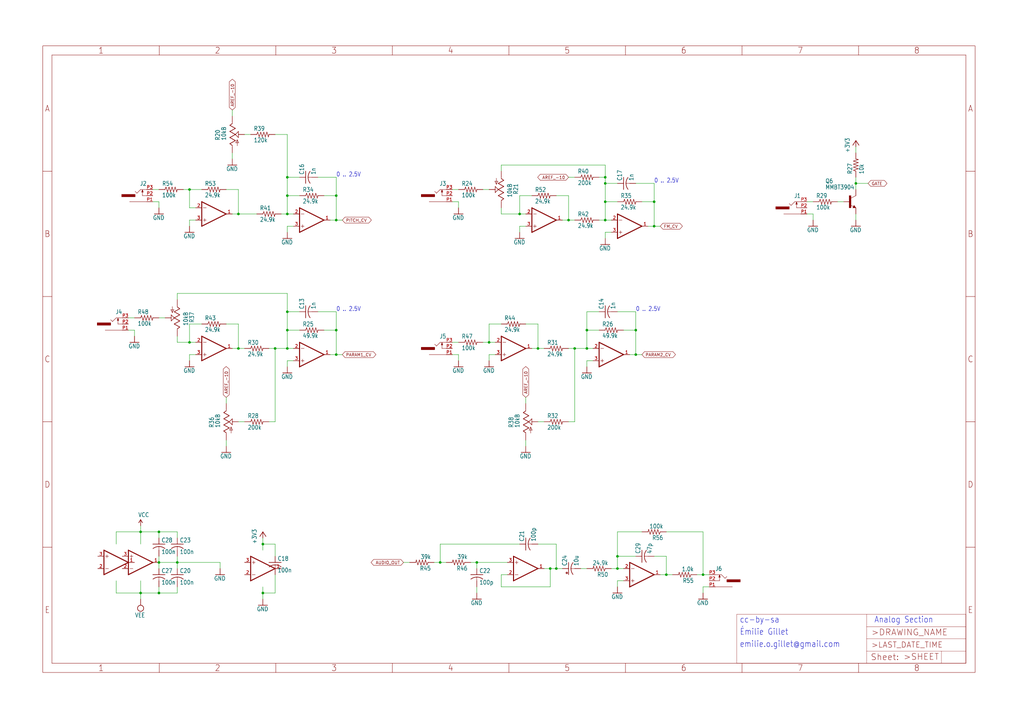
<source format=kicad_sch>
(kicad_sch (version 20211123) (generator eeschema)
  (paper "User" 425.45 299.593)
  (lib_symbols
    (symbol "braids_v50-eagle-import:+3V3" (power)
      (property "Value" "+3V3" (at -2.54 -5.08 90))
      (symbol "+3V3_1_0"
        (pin power_in line (at 0 -2.54 90) (length 2.54) (name "+3V3") (number "1"))
      )
    )
    (symbol "braids_v50-eagle-import:-NPN-SOT23-BEC"
      (property "Reference" "T" (at -10.16 7.62 0))
      (property "Value" "-NPN-SOT23-BEC" (at -10.16 5.08 0))
      (symbol "-NPN-SOT23-BEC_1_0"
        (pin passive line (at -2.54 0 0) (length 2.54) (name "B") (number "B"))
        (pin passive line (at 2.54 5.08 270) (length 2.54) (name "C") (number "C"))
        (pin passive line (at 2.54 -5.08 90) (length 2.54) (name "E") (number "E"))
      )
    )
    (symbol "braids_v50-eagle-import:A3L-LOC"
      (symbol "A3L-LOC_0_0"
        (text "1" (at 24.2094 1.905 0) (effects (font (size 2.54 2.286))))
        (text "1" (at 24.2094 258.445 0) (effects (font (size 2.54 2.286))))
        (text "2" (at 72.6281 1.905 0) (effects (font (size 2.54 2.286))))
        (text "2" (at 72.6281 258.445 0) (effects (font (size 2.54 2.286))))
        (text "3" (at 121.0469 1.905 0) (effects (font (size 2.54 2.286))))
        (text "3" (at 121.0469 258.445 0) (effects (font (size 2.54 2.286))))
        (text "4" (at 169.4656 1.905 0) (effects (font (size 2.54 2.286))))
        (text "4" (at 169.4656 258.445 0) (effects (font (size 2.54 2.286))))
        (text "5" (at 217.8844 1.905 0) (effects (font (size 2.54 2.286))))
        (text "5" (at 217.8844 258.445 0) (effects (font (size 2.54 2.286))))
        (text "6" (at 266.3031 1.905 0) (effects (font (size 2.54 2.286))))
        (text "6" (at 266.3031 258.445 0) (effects (font (size 2.54 2.286))))
        (text "7" (at 314.7219 1.905 0) (effects (font (size 2.54 2.286))))
        (text "7" (at 314.7219 258.445 0) (effects (font (size 2.54 2.286))))
        (text "8" (at 363.1406 1.905 0) (effects (font (size 2.54 2.286))))
        (text "8" (at 363.1406 258.445 0) (effects (font (size 2.54 2.286))))
        (text "A" (at 1.905 234.315 0) (effects (font (size 2.54 2.286))))
        (text "A" (at 385.445 234.315 0) (effects (font (size 2.54 2.286))))
        (text "B" (at 1.905 182.245 0) (effects (font (size 2.54 2.286))))
        (text "B" (at 385.445 182.245 0) (effects (font (size 2.54 2.286))))
        (text "C" (at 1.905 130.175 0) (effects (font (size 2.54 2.286))))
        (text "C" (at 385.445 130.175 0) (effects (font (size 2.54 2.286))))
        (text "D" (at 1.905 78.105 0) (effects (font (size 2.54 2.286))))
        (text "D" (at 385.445 78.105 0) (effects (font (size 2.54 2.286))))
        (text "E" (at 1.905 26.035 0) (effects (font (size 2.54 2.286))))
        (text "E" (at 385.445 26.035 0) (effects (font (size 2.54 2.286))))
      )
      (symbol "A3L-LOC_1_0"
        (text ">DRAWING_NAME" (at 344.17 15.24 0) (effects (font (size 2.54 2.54)) (justify left bottom)))
        (text ">LAST_DATE_TIME" (at 344.17 10.16 0) (effects (font (size 2.286 2.286)) (justify left bottom)))
        (text ">SHEET" (at 357.505 5.08 0) (effects (font (size 2.54 2.54)) (justify left bottom)))
        (text "Sheet:" (at 343.916 4.953 0) (effects (font (size 2.54 2.54)) (justify left bottom)))
      )
    )
    (symbol "braids_v50-eagle-import:C-USC0603"
      (property "Reference" "C" (at 1.016 0.635 0))
      (property "Value" "C-USC0603" (at 1.016 -4.191 0))
      (symbol "C-USC0603_1_0"
        (pin passive line (at 0 2.54 270) (length 2.54) (name "1") (number "1"))
        (pin passive line (at 0 -5.08 90) (length 2.54) (name "2") (number "2"))
      )
    )
    (symbol "braids_v50-eagle-import:CPOL-USB"
      (property "Reference" "C" (at 1.016 0.635 0))
      (property "Value" "CPOL-USB" (at 1.016 -4.191 0))
      (symbol "CPOL-USB_1_0"
        (pin passive line (at 0 2.54 270) (length 2.54) (name "+") (number "+"))
        (pin passive line (at 0 -5.08 90) (length 2.54) (name "-") (number "-"))
      )
    )
    (symbol "braids_v50-eagle-import:GND" (power)
      (property "Value" "GND" (at -2.54 -2.54 0))
      (symbol "GND_1_0"
        (pin power_in line (at 0 2.54 270) (length 2.54) (name "GND") (number "1"))
      )
    )
    (symbol "braids_v50-eagle-import:PJ301_THONKICONN6"
      (property "Reference" "J" (at -2.54 4.064 0))
      (symbol "PJ301_THONKICONN6_1_0"
        (pin passive line (at -5.08 -2.54 0) (length 2.54) (name "1") (number "P1"))
        (pin passive line (at -5.08 0 0) (length 2.54) (name "2") (number "P2"))
        (pin passive line (at -5.08 2.54 0) (length 2.54) (name "3") (number "P3"))
      )
    )
    (symbol "braids_v50-eagle-import:POT_USVERTICAL_PS"
      (property "Reference" "R" (at -5.08 -2.54 90))
      (property "Value" "POT_USVERTICAL_PS" (at -2.54 -2.54 90))
      (symbol "POT_USVERTICAL_PS_1_0"
        (pin passive line (at 0 7.62 270) (length 2.54) (name "E") (number "P$1"))
        (pin passive line (at 5.08 0 180) (length 2.54) (name "S") (number "P$2"))
        (pin passive line (at 0 -7.62 90) (length 2.54) (name "A") (number "P$3"))
      )
    )
    (symbol "braids_v50-eagle-import:R-US_R0603"
      (property "Reference" "R" (at -3.81 1.4986 0))
      (property "Value" "R-US_R0603" (at -3.81 -3.302 0))
      (symbol "R-US_R0603_1_0"
        (pin passive line (at -5.08 0 0) (length 2.54) (name "1") (number "1"))
        (pin passive line (at 5.08 0 180) (length 2.54) (name "2") (number "2"))
      )
    )
    (symbol "braids_v50-eagle-import:TL072D"
      (symbol "TL072D_1_0"
        (pin output line (at 7.62 0 180) (length 2.54) (name "OUT") (number "1"))
        (pin input line (at -7.62 -2.54 0) (length 2.54) (name "-IN") (number "2"))
        (pin input line (at -7.62 2.54 0) (length 2.54) (name "+IN") (number "3"))
      )
      (symbol "TL072D_2_0"
        (pin input line (at -7.62 2.54 0) (length 2.54) (name "+IN") (number "5"))
        (pin input line (at -7.62 -2.54 0) (length 2.54) (name "-IN") (number "6"))
        (pin output line (at 7.62 0 180) (length 2.54) (name "OUT") (number "7"))
      )
      (symbol "TL072D_3_0"
        (text "V+" (at 1.27 3.175 900) (effects (font (size 0.8128 0.6908)) (justify left bottom)))
        (text "V-" (at 1.27 -4.445 900) (effects (font (size 0.8128 0.6908)) (justify left bottom)))
        (pin power_in line (at 0 -7.62 90) (length 5.08) (name "V-") (number "4"))
        (pin power_in line (at 0 7.62 270) (length 5.08) (name "V+") (number "8"))
      )
    )
    (symbol "braids_v50-eagle-import:TL074D"
      (symbol "TL074D_1_0"
        (pin output line (at 7.62 0 180) (length 2.54) (name "OUT") (number "1"))
        (pin input line (at -7.62 -2.54 0) (length 2.54) (name "-IN") (number "2"))
        (pin input line (at -7.62 2.54 0) (length 2.54) (name "+IN") (number "3"))
      )
      (symbol "TL074D_2_0"
        (pin input line (at -7.62 2.54 0) (length 2.54) (name "+IN") (number "5"))
        (pin input line (at -7.62 -2.54 0) (length 2.54) (name "-IN") (number "6"))
        (pin output line (at 7.62 0 180) (length 2.54) (name "OUT") (number "7"))
      )
      (symbol "TL074D_3_0"
        (pin input line (at -7.62 2.54 0) (length 2.54) (name "+IN") (number "10"))
        (pin output line (at 7.62 0 180) (length 2.54) (name "OUT") (number "8"))
        (pin input line (at -7.62 -2.54 0) (length 2.54) (name "-IN") (number "9"))
      )
      (symbol "TL074D_4_0"
        (pin input line (at -7.62 2.54 0) (length 2.54) (name "+IN") (number "12"))
        (pin input line (at -7.62 -2.54 0) (length 2.54) (name "-IN") (number "13"))
        (pin output line (at 7.62 0 180) (length 2.54) (name "OUT") (number "14"))
      )
      (symbol "TL074D_5_0"
        (text "V+" (at 1.27 3.175 900) (effects (font (size 0.8128 0.6908)) (justify left bottom)))
        (text "V-" (at 1.27 -4.445 900) (effects (font (size 0.8128 0.6908)) (justify left bottom)))
        (pin power_in line (at 0 -7.62 90) (length 5.08) (name "V-") (number "11"))
        (pin power_in line (at 0 7.62 270) (length 5.08) (name "V+") (number "4"))
      )
    )
    (symbol "braids_v50-eagle-import:VCC" (power)
      (property "Value" "VCC" (at -1.016 3.556 0))
      (symbol "VCC_1_0"
        (pin power_in line (at 0 0 90) (length 2.54) (name "VCC") (number "1"))
      )
    )
    (symbol "braids_v50-eagle-import:VEE" (power)
      (property "Value" "VEE" (at -1.905 3.175 0))
      (symbol "VEE_1_0"
        (pin power_in line (at 0 -2.54 90) (length 2.54) (name "VEE") (number "1"))
      )
    )
  )
  (junction (at 236.22 91.44))
  (junction (at 251.46 76.2))
  (junction (at 256.54 236.22))
  (junction (at 109.22 226.06))
  (junction (at 109.22 246.38))
  (junction (at 99.06 144.78))
  (junction (at 78.74 142.24))
  (junction (at 139.7 147.32))
  (junction (at 276.86 238.76))
  (junction (at 139.7 137.16))
  (junction (at 139.7 81.28))
  (junction (at 243.84 137.16))
  (junction (at 271.78 93.98))
  (junction (at 139.7 91.44))
  (junction (at 271.78 83.82))
  (junction (at 292.1 238.76))
  (junction (at 238.76 144.78))
  (junction (at 58.42 246.38))
  (junction (at 256.54 231.14))
  (junction (at 243.84 144.78))
  (junction (at 228.6 236.22))
  (junction (at 119.38 129.54))
  (junction (at 182.88 233.68))
  (junction (at 73.66 233.68))
  (junction (at 231.14 236.22))
  (junction (at 355.6 76.2))
  (junction (at 119.38 88.9))
  (junction (at 264.16 147.32))
  (junction (at 119.38 81.28))
  (junction (at 66.04 233.68))
  (junction (at 251.46 73.66))
  (junction (at 264.16 137.16))
  (junction (at 66.04 220.98))
  (junction (at 251.46 91.44))
  (junction (at 251.46 83.82))
  (junction (at 119.38 73.66))
  (junction (at 78.74 78.74))
  (junction (at 203.2 142.24))
  (junction (at 198.12 233.68))
  (junction (at 223.52 144.78))
  (junction (at 215.9 88.9))
  (junction (at 114.3 144.78))
  (junction (at 119.38 144.78))
  (junction (at 66.04 246.38))
  (junction (at 119.38 137.16))
  (junction (at 99.06 88.9))
  (junction (at 58.42 220.98))
  (wire (pts (xy 264.16 137.16) (xy 264.16 147.32)))
  (wire (pts (xy 53.34 132.08) (xy 55.88 132.08)))
  (wire (pts (xy 139.7 81.28) (xy 139.7 91.44)))
  (wire (pts (xy 119.38 73.66) (xy 119.38 81.28)))
  (wire (pts (xy 78.74 91.44) (xy 78.74 93.98)))
  (wire (pts (xy 238.76 144.78) (xy 243.84 144.78)))
  (wire (pts (xy 243.84 144.78) (xy 246.38 144.78)))
  (wire (pts (xy 121.92 93.98) (xy 119.38 93.98)))
  (wire (pts (xy 96.52 45.72) (xy 96.52 48.26)))
  (wire (pts (xy 99.06 88.9) (xy 96.52 88.9)))
  (wire (pts (xy 187.96 142.24) (xy 190.5 142.24)))
  (wire (pts (xy 208.28 134.62) (xy 203.2 134.62)))
  (wire (pts (xy 73.66 142.24) (xy 78.74 142.24)))
  (wire (pts (xy 208.28 243.84) (xy 228.6 243.84)))
  (wire (pts (xy 111.76 175.26) (xy 114.3 175.26)))
  (wire (pts (xy 119.38 149.86) (xy 119.38 152.4)))
  (wire (pts (xy 208.28 68.58) (xy 251.46 68.58)))
  (wire (pts (xy 119.38 81.28) (xy 119.38 88.9)))
  (wire (pts (xy 66.04 220.98) (xy 73.66 220.98)))
  (wire (pts (xy 337.82 88.9) (xy 337.82 91.44)))
  (wire (pts (xy 73.66 231.14) (xy 73.66 233.68)))
  (wire (pts (xy 243.84 129.54) (xy 243.84 137.16)))
  (wire (pts (xy 271.78 83.82) (xy 271.78 93.98)))
  (wire (pts (xy 182.88 226.06) (xy 215.9 226.06)))
  (wire (pts (xy 119.38 129.54) (xy 119.38 137.16)))
  (wire (pts (xy 218.44 165.1) (xy 218.44 167.64)))
  (wire (pts (xy 114.3 238.76) (xy 114.3 246.38)))
  (wire (pts (xy 231.14 236.22) (xy 233.68 236.22)))
  (wire (pts (xy 223.52 226.06) (xy 231.14 226.06)))
  (wire (pts (xy 132.08 73.66) (xy 139.7 73.66)))
  (wire (pts (xy 246.38 149.86) (xy 243.84 149.86)))
  (wire (pts (xy 215.9 88.9) (xy 218.44 88.9)))
  (wire (pts (xy 243.84 149.86) (xy 243.84 152.4)))
  (wire (pts (xy 264.16 76.2) (xy 271.78 76.2)))
  (wire (pts (xy 355.6 60.96) (xy 355.6 63.5)))
  (wire (pts (xy 58.42 220.98) (xy 48.26 220.98)))
  (wire (pts (xy 63.5 78.74) (xy 66.04 78.74)))
  (wire (pts (xy 256.54 241.3) (xy 256.54 243.84)))
  (wire (pts (xy 203.2 134.62) (xy 203.2 142.24)))
  (wire (pts (xy 83.82 78.74) (xy 78.74 78.74)))
  (wire (pts (xy 58.42 246.38) (xy 48.26 246.38)))
  (wire (pts (xy 73.66 124.46) (xy 73.66 121.92)))
  (wire (pts (xy 251.46 96.52) (xy 251.46 99.06)))
  (wire (pts (xy 119.38 137.16) (xy 119.38 144.78)))
  (wire (pts (xy 254 96.52) (xy 251.46 96.52)))
  (wire (pts (xy 99.06 88.9) (xy 106.68 88.9)))
  (wire (pts (xy 66.04 246.38) (xy 73.66 246.38)))
  (wire (pts (xy 256.54 76.2) (xy 251.46 76.2)))
  (wire (pts (xy 119.38 144.78) (xy 121.92 144.78)))
  (wire (pts (xy 218.44 182.88) (xy 218.44 185.42)))
  (wire (pts (xy 66.04 83.82) (xy 66.04 86.36)))
  (wire (pts (xy 294.64 238.76) (xy 292.1 238.76)))
  (wire (pts (xy 218.44 134.62) (xy 223.52 134.62)))
  (wire (pts (xy 256.54 129.54) (xy 264.16 129.54)))
  (wire (pts (xy 81.28 147.32) (xy 78.74 147.32)))
  (wire (pts (xy 264.16 147.32) (xy 261.62 147.32)))
  (wire (pts (xy 93.98 167.64) (xy 93.98 165.1)))
  (wire (pts (xy 264.16 129.54) (xy 264.16 137.16)))
  (wire (pts (xy 251.46 76.2) (xy 251.46 83.82)))
  (wire (pts (xy 259.08 137.16) (xy 264.16 137.16)))
  (wire (pts (xy 355.6 76.2) (xy 360.68 76.2)))
  (wire (pts (xy 134.62 137.16) (xy 139.7 137.16)))
  (wire (pts (xy 76.2 78.74) (xy 78.74 78.74)))
  (wire (pts (xy 238.76 73.66) (xy 236.22 73.66)))
  (wire (pts (xy 182.88 233.68) (xy 182.88 226.06)))
  (wire (pts (xy 236.22 91.44) (xy 233.68 91.44)))
  (wire (pts (xy 180.34 233.68) (xy 182.88 233.68)))
  (wire (pts (xy 276.86 220.98) (xy 292.1 220.98)))
  (wire (pts (xy 99.06 134.62) (xy 99.06 144.78)))
  (wire (pts (xy 119.38 88.9) (xy 121.92 88.9)))
  (wire (pts (xy 73.66 233.68) (xy 91.44 233.68)))
  (wire (pts (xy 73.66 121.92) (xy 119.38 121.92)))
  (wire (pts (xy 231.14 226.06) (xy 231.14 236.22)))
  (wire (pts (xy 124.46 73.66) (xy 119.38 73.66)))
  (wire (pts (xy 195.58 233.68) (xy 198.12 233.68)))
  (wire (pts (xy 55.88 137.16) (xy 55.88 139.7)))
  (wire (pts (xy 66.04 132.08) (xy 68.58 132.08)))
  (wire (pts (xy 134.62 81.28) (xy 139.7 81.28)))
  (wire (pts (xy 99.06 175.26) (xy 101.6 175.26)))
  (wire (pts (xy 241.3 236.22) (xy 243.84 236.22)))
  (wire (pts (xy 223.52 134.62) (xy 223.52 144.78)))
  (wire (pts (xy 231.14 81.28) (xy 236.22 81.28)))
  (wire (pts (xy 251.46 68.58) (xy 251.46 73.66)))
  (wire (pts (xy 215.9 93.98) (xy 215.9 96.52)))
  (wire (pts (xy 248.92 129.54) (xy 243.84 129.54)))
  (wire (pts (xy 218.44 93.98) (xy 215.9 93.98)))
  (wire (pts (xy 99.06 144.78) (xy 101.6 144.78)))
  (wire (pts (xy 279.4 238.76) (xy 276.86 238.76)))
  (wire (pts (xy 139.7 137.16) (xy 139.7 147.32)))
  (wire (pts (xy 66.04 233.68) (xy 73.66 233.68)))
  (wire (pts (xy 114.3 175.26) (xy 114.3 144.78)))
  (wire (pts (xy 139.7 73.66) (xy 139.7 81.28)))
  (wire (pts (xy 58.42 220.98) (xy 66.04 220.98)))
  (wire (pts (xy 139.7 129.54) (xy 139.7 137.16)))
  (wire (pts (xy 187.96 147.32) (xy 190.5 147.32)))
  (wire (pts (xy 63.5 83.82) (xy 66.04 83.82)))
  (wire (pts (xy 200.66 142.24) (xy 203.2 142.24)))
  (wire (pts (xy 121.92 149.86) (xy 119.38 149.86)))
  (wire (pts (xy 91.44 233.68) (xy 91.44 236.22)))
  (wire (pts (xy 78.74 86.36) (xy 81.28 86.36)))
  (wire (pts (xy 355.6 76.2) (xy 355.6 73.66)))
  (wire (pts (xy 73.66 233.68) (xy 73.66 236.22)))
  (wire (pts (xy 109.22 226.06) (xy 109.22 228.6)))
  (wire (pts (xy 205.74 147.32) (xy 203.2 147.32)))
  (wire (pts (xy 259.08 241.3) (xy 256.54 241.3)))
  (wire (pts (xy 66.04 220.98) (xy 66.04 223.52)))
  (wire (pts (xy 187.96 83.82) (xy 190.5 83.82)))
  (wire (pts (xy 132.08 129.54) (xy 139.7 129.54)))
  (wire (pts (xy 238.76 175.26) (xy 238.76 144.78)))
  (wire (pts (xy 48.26 220.98) (xy 48.26 226.06)))
  (wire (pts (xy 142.24 147.32) (xy 139.7 147.32)))
  (wire (pts (xy 66.04 231.14) (xy 66.04 233.68)))
  (wire (pts (xy 198.12 236.22) (xy 198.12 233.68)))
  (wire (pts (xy 73.66 139.7) (xy 73.66 142.24)))
  (wire (pts (xy 266.7 83.82) (xy 271.78 83.82)))
  (wire (pts (xy 58.42 218.44) (xy 58.42 220.98)))
  (wire (pts (xy 200.66 78.74) (xy 203.2 78.74)))
  (wire (pts (xy 101.6 55.88) (xy 104.14 55.88)))
  (wire (pts (xy 256.54 220.98) (xy 256.54 231.14)))
  (wire (pts (xy 236.22 81.28) (xy 236.22 91.44)))
  (wire (pts (xy 139.7 91.44) (xy 142.24 91.44)))
  (wire (pts (xy 251.46 73.66) (xy 251.46 76.2)))
  (wire (pts (xy 119.38 88.9) (xy 116.84 88.9)))
  (wire (pts (xy 271.78 231.14) (xy 276.86 231.14)))
  (wire (pts (xy 109.22 246.38) (xy 109.22 248.92)))
  (wire (pts (xy 223.52 144.78) (xy 226.06 144.78)))
  (wire (pts (xy 93.98 78.74) (xy 99.06 78.74)))
  (wire (pts (xy 58.42 241.3) (xy 58.42 246.38)))
  (wire (pts (xy 266.7 220.98) (xy 256.54 220.98)))
  (wire (pts (xy 248.92 137.16) (xy 243.84 137.16)))
  (wire (pts (xy 276.86 238.76) (xy 274.32 238.76)))
  (wire (pts (xy 58.42 246.38) (xy 66.04 246.38)))
  (wire (pts (xy 53.34 137.16) (xy 55.88 137.16)))
  (wire (pts (xy 276.86 231.14) (xy 276.86 238.76)))
  (wire (pts (xy 73.66 246.38) (xy 73.66 243.84)))
  (wire (pts (xy 139.7 147.32) (xy 137.16 147.32)))
  (wire (pts (xy 66.04 233.68) (xy 66.04 236.22)))
  (wire (pts (xy 124.46 137.16) (xy 119.38 137.16)))
  (wire (pts (xy 93.98 182.88) (xy 93.98 185.42)))
  (wire (pts (xy 124.46 81.28) (xy 119.38 81.28)))
  (wire (pts (xy 109.22 243.84) (xy 109.22 246.38)))
  (wire (pts (xy 124.46 129.54) (xy 119.38 129.54)))
  (wire (pts (xy 256.54 83.82) (xy 251.46 83.82)))
  (wire (pts (xy 203.2 142.24) (xy 205.74 142.24)))
  (wire (pts (xy 170.18 233.68) (xy 167.64 233.68)))
  (wire (pts (xy 58.42 248.92) (xy 58.42 246.38)))
  (wire (pts (xy 223.52 144.78) (xy 220.98 144.78)))
  (wire (pts (xy 114.3 144.78) (xy 119.38 144.78)))
  (wire (pts (xy 93.98 134.62) (xy 99.06 134.62)))
  (wire (pts (xy 139.7 91.44) (xy 137.16 91.44)))
  (wire (pts (xy 78.74 78.74) (xy 78.74 86.36)))
  (wire (pts (xy 228.6 236.22) (xy 226.06 236.22)))
  (wire (pts (xy 78.74 134.62) (xy 78.74 142.24)))
  (wire (pts (xy 266.7 147.32) (xy 264.16 147.32)))
  (wire (pts (xy 208.28 238.76) (xy 208.28 243.84)))
  (wire (pts (xy 292.1 238.76) (xy 289.56 238.76)))
  (wire (pts (xy 256.54 231.14) (xy 264.16 231.14)))
  (wire (pts (xy 48.26 241.3) (xy 48.26 246.38)))
  (wire (pts (xy 109.22 226.06) (xy 114.3 226.06)))
  (wire (pts (xy 256.54 236.22) (xy 259.08 236.22)))
  (wire (pts (xy 208.28 88.9) (xy 215.9 88.9)))
  (wire (pts (xy 251.46 91.44) (xy 254 91.44)))
  (wire (pts (xy 355.6 88.9) (xy 355.6 91.44)))
  (wire (pts (xy 223.52 175.26) (xy 226.06 175.26)))
  (wire (pts (xy 83.82 134.62) (xy 78.74 134.62)))
  (wire (pts (xy 292.1 220.98) (xy 292.1 238.76)))
  (wire (pts (xy 256.54 231.14) (xy 256.54 236.22)))
  (wire (pts (xy 248.92 73.66) (xy 251.46 73.66)))
  (wire (pts (xy 81.28 91.44) (xy 78.74 91.44)))
  (wire (pts (xy 190.5 83.82) (xy 190.5 86.36)))
  (wire (pts (xy 119.38 93.98) (xy 119.38 96.52)))
  (wire (pts (xy 111.76 144.78) (xy 114.3 144.78)))
  (wire (pts (xy 251.46 83.82) (xy 251.46 91.44)))
  (wire (pts (xy 182.88 233.68) (xy 185.42 233.68)))
  (wire (pts (xy 119.38 55.88) (xy 119.38 73.66)))
  (wire (pts (xy 78.74 147.32) (xy 78.74 149.86)))
  (wire (pts (xy 190.5 147.32) (xy 190.5 149.86)))
  (wire (pts (xy 99.06 78.74) (xy 99.06 88.9)))
  (wire (pts (xy 187.96 78.74) (xy 190.5 78.74)))
  (wire (pts (xy 335.28 83.82) (xy 337.82 83.82)))
  (wire (pts (xy 210.82 238.76) (xy 208.28 238.76)))
  (wire (pts (xy 355.6 78.74) (xy 355.6 76.2)))
  (wire (pts (xy 347.98 83.82) (xy 350.52 83.82)))
  (wire (pts (xy 274.32 93.98) (xy 271.78 93.98)))
  (wire (pts (xy 119.38 121.92) (xy 119.38 129.54)))
  (wire (pts (xy 215.9 88.9) (xy 215.9 81.28)))
  (wire (pts (xy 58.42 226.06) (xy 58.42 220.98)))
  (wire (pts (xy 292.1 243.84) (xy 292.1 246.38)))
  (wire (pts (xy 243.84 137.16) (xy 243.84 144.78)))
  (wire (pts (xy 198.12 243.84) (xy 198.12 246.38)))
  (wire (pts (xy 208.28 86.36) (xy 208.28 88.9)))
  (wire (pts (xy 236.22 144.78) (xy 238.76 144.78)))
  (wire (pts (xy 208.28 71.12) (xy 208.28 68.58)))
  (wire (pts (xy 114.3 55.88) (xy 119.38 55.88)))
  (wire (pts (xy 254 236.22) (xy 256.54 236.22)))
  (wire (pts (xy 220.98 81.28) (xy 215.9 81.28)))
  (wire (pts (xy 66.04 246.38) (xy 66.04 243.84)))
  (wire (pts (xy 236.22 175.26) (xy 238.76 175.26)))
  (wire (pts (xy 294.64 243.84) (xy 292.1 243.84)))
  (wire (pts (xy 335.28 88.9) (xy 337.82 88.9)))
  (wire (pts (xy 114.3 246.38) (xy 109.22 246.38)))
  (wire (pts (xy 114.3 226.06) (xy 114.3 231.14)))
  (wire (pts (xy 73.66 223.52) (xy 73.66 220.98)))
  (wire (pts (xy 228.6 243.84) (xy 228.6 236.22)))
  (wire (pts (xy 198.12 233.68) (xy 210.82 233.68)))
  (wire (pts (xy 271.78 93.98) (xy 269.24 93.98)))
  (wire (pts (xy 78.74 142.24) (xy 81.28 142.24)))
  (wire (pts (xy 271.78 76.2) (xy 271.78 83.82)))
  (wire (pts (xy 96.52 63.5) (xy 96.52 66.04)))
  (wire (pts (xy 203.2 147.32) (xy 203.2 149.86)))
  (wire (pts (xy 248.92 91.44) (xy 251.46 91.44)))
  (wire (pts (xy 99.06 144.78) (xy 96.52 144.78)))
  (wire (pts (xy 236.22 91.44) (xy 238.76 91.44)))
  (wire (pts (xy 231.14 236.22) (xy 228.6 236.22)))
  (wire (pts (xy 109.22 223.52) (xy 109.22 226.06)))
  (text "Analog Section" (at 363.22 259.08 180) (effects (font (size 2.54 2.159)) (justify left bottom)))
  (text "Émilie Gillet" (at 307.34 264.16 180) (effects (font (size 2.54 2.159)) (justify left bottom)))
  (text "0 .. 2.5V" (at 139.7 73.66 180) (effects (font (size 1.778 1.5113)) (justify left bottom)))
  (text "0 .. 2.5V" (at 264.16 129.54 180) (effects (font (size 1.778 1.5113)) (justify left bottom)))
  (text "cc-by-sa" (at 307.34 259.08 180) (effects (font (size 2.54 2.159)) (justify left bottom)))
  (text "0 .. 2.5V" (at 139.7 129.54 180) (effects (font (size 1.778 1.5113)) (justify left bottom)))
  (text "emilie.o.gillet@gmail.com" (at 307.34 269.24 180) (effects (font (size 2.54 2.159)) (justify left bottom)))
  (text "0 .. 2.5V" (at 271.78 76.2 180) (effects (font (size 1.778 1.5113)) (justify left bottom)))
  (global_label "PARAM1_CV" (shape bidirectional) (at 142.24 147.32 0) (effects (font (size 1.2446 1.2446))) (property "Intersheet References" "${INTERSHEET_REFS}" (effects hide)))
  (global_label "AREF_-10" (shape bidirectional) (at 236.22 73.66 180) (effects (font (size 1.2446 1.2446))) (property "Intersheet References" "${INTERSHEET_REFS}" (effects hide)))
  (global_label "AREF_-10" (shape bidirectional) (at 93.98 165.1 90) (effects (font (size 1.2446 1.2446))) (property "Intersheet References" "${INTERSHEET_REFS}" (effects hide)))
  (global_label "FM_CV" (shape bidirectional) (at 274.32 93.98 0) (effects (font (size 1.2446 1.2446))) (property "Intersheet References" "${INTERSHEET_REFS}" (effects hide)))
  (global_label "PARAM2_CV" (shape bidirectional) (at 266.7 147.32 0) (effects (font (size 1.2446 1.2446))) (property "Intersheet References" "${INTERSHEET_REFS}" (effects hide)))
  (global_label "AREF_-10" (shape bidirectional) (at 218.44 165.1 90) (effects (font (size 1.2446 1.2446))) (property "Intersheet References" "${INTERSHEET_REFS}" (effects hide)))
  (global_label "AUDIO_OUT" (shape bidirectional) (at 167.64 233.68 180) (effects (font (size 1.2446 1.2446))) (property "Intersheet References" "${INTERSHEET_REFS}" (effects hide)))
  (global_label "AREF_-10" (shape bidirectional) (at 96.52 45.72 90) (effects (font (size 1.2446 1.2446))) (property "Intersheet References" "${INTERSHEET_REFS}" (effects hide)))
  (global_label "GATE" (shape bidirectional) (at 360.68 76.2 0) (effects (font (size 1.2446 1.2446))) (property "Intersheet References" "${INTERSHEET_REFS}" (effects hide)))
  (global_label "PITCH_CV" (shape bidirectional) (at 142.24 91.44 0) (effects (font (size 1.2446 1.2446))) (property "Intersheet References" "${INTERSHEET_REFS}" (effects hide)))
  (symbol (lib_id "braids_v50-eagle-import:GND") (at 78.74 96.52 0)
    (property "Reference" "#GND14" (effects hide))
    (property "Value" "GND" (at 76.2 99.06 0) (effects (font (size 1.778 1.5113)) (justify left bottom)))
    (property "Footprint" "braids_v50:" (effects hide))
  )
  (symbol (lib_id "braids_v50-eagle-import:PJ301_THONKICONN6") (at 299.72 241.3 0)
    (property "Reference" "J6" (at 297.18 237.236 0) (effects (font (size 1.778 1.5113)) (justify left bottom)))
    (property "Value" "PJ301_THONKICONN6" (effects hide))
    (property "Footprint" "braids_v50:WQP_PJ_301M6" (effects hide))
  )
  (symbol (lib_id "braids_v50-eagle-import:POT_USVERTICAL_PS") (at 218.44 175.26 0)
    (property "Reference" "R38" (at 213.36 177.8 90) (effects (font (size 1.778 1.5113)) (justify left bottom)))
    (property "Value" "10kB" (at 215.9 177.8 90) (effects (font (size 1.778 1.5113)) (justify left bottom)))
    (property "Footprint" "braids_v50:ALPS_POT_VERTICAL_PS" (effects hide))
  )
  (symbol (lib_id "braids_v50-eagle-import:C-USC0603") (at 66.04 238.76 0)
    (property "Reference" "C27" (at 67.056 238.125 0) (effects (font (size 1.778 1.5113)) (justify left bottom)))
    (property "Value" "100n" (at 67.056 242.951 0) (effects (font (size 1.778 1.5113)) (justify left bottom)))
    (property "Footprint" "braids_v50:C0603" (effects hide))
  )
  (symbol (lib_id "braids_v50-eagle-import:C-USC0603") (at 127 129.54 90)
    (property "Reference" "C13" (at 126.365 128.524 0) (effects (font (size 1.778 1.5113)) (justify left bottom)))
    (property "Value" "1n" (at 131.191 128.524 0) (effects (font (size 1.778 1.5113)) (justify left bottom)))
    (property "Footprint" "braids_v50:C0603" (effects hide))
  )
  (symbol (lib_id "braids_v50-eagle-import:TL074D") (at 213.36 144.78 0) (mirror x)
    (property "Reference" "IC9" (effects hide))
    (property "Value" "TL074D" (effects hide))
    (property "Footprint" "braids_v50:SO14" (effects hide))
  )
  (symbol (lib_id "braids_v50-eagle-import:GND") (at 218.44 187.96 0)
    (property "Reference" "#GND29" (effects hide))
    (property "Value" "GND" (at 215.9 190.5 0) (effects (font (size 1.778 1.5113)) (justify left bottom)))
    (property "Footprint" "braids_v50:" (effects hide))
  )
  (symbol (lib_id "braids_v50-eagle-import:C-USC0603") (at 127 73.66 90)
    (property "Reference" "C16" (at 126.365 72.644 0) (effects (font (size 1.778 1.5113)) (justify left bottom)))
    (property "Value" "1n" (at 131.191 72.644 0) (effects (font (size 1.778 1.5113)) (justify left bottom)))
    (property "Footprint" "braids_v50:C0603" (effects hide))
  )
  (symbol (lib_id "braids_v50-eagle-import:R-US_R0603") (at 190.5 233.68 180)
    (property "Reference" "R46" (at 194.31 235.1786 0) (effects (font (size 1.778 1.5113)) (justify left bottom)))
    (property "Value" "39k" (at 194.31 230.378 0) (effects (font (size 1.778 1.5113)) (justify left bottom)))
    (property "Footprint" "braids_v50:R0603" (effects hide))
  )
  (symbol (lib_id "braids_v50-eagle-import:GND") (at 203.2 152.4 0)
    (property "Reference" "#GND25" (effects hide))
    (property "Value" "GND" (at 200.66 154.94 0) (effects (font (size 1.778 1.5113)) (justify left bottom)))
    (property "Footprint" "braids_v50:" (effects hide))
  )
  (symbol (lib_id "braids_v50-eagle-import:C-USC0603") (at 73.66 226.06 0)
    (property "Reference" "C23" (at 74.676 225.425 0) (effects (font (size 1.778 1.5113)) (justify left bottom)))
    (property "Value" "100n" (at 74.676 230.251 0) (effects (font (size 1.778 1.5113)) (justify left bottom)))
    (property "Footprint" "braids_v50:C0603" (effects hide))
  )
  (symbol (lib_id "braids_v50-eagle-import:R-US_R0603") (at 243.84 73.66 0)
    (property "Reference" "R40" (at 240.03 72.1614 0) (effects (font (size 1.778 1.5113)) (justify left bottom)))
    (property "Value" "200k" (at 240.03 76.962 0) (effects (font (size 1.778 1.5113)) (justify left bottom)))
    (property "Footprint" "braids_v50:R0603" (effects hide))
  )
  (symbol (lib_id "braids_v50-eagle-import:R-US_R0603") (at 195.58 142.24 0)
    (property "Reference" "R47" (at 191.77 140.7414 0) (effects (font (size 1.778 1.5113)) (justify left bottom)))
    (property "Value" "100k" (at 191.77 145.542 0) (effects (font (size 1.778 1.5113)) (justify left bottom)))
    (property "Footprint" "braids_v50:R0603" (effects hide))
  )
  (symbol (lib_id "braids_v50-eagle-import:GND") (at 93.98 187.96 0)
    (property "Reference" "#GND27" (effects hide))
    (property "Value" "GND" (at 91.44 190.5 0) (effects (font (size 1.778 1.5113)) (justify left bottom)))
    (property "Footprint" "braids_v50:" (effects hide))
  )
  (symbol (lib_id "braids_v50-eagle-import:PJ301_THONKICONN6") (at 330.2 86.36 0) (mirror y)
    (property "Reference" "J1" (at 332.74 82.296 0) (effects (font (size 1.778 1.5113)) (justify left bottom)))
    (property "Value" "PJ301_THONKICONN6" (effects hide))
    (property "Footprint" "braids_v50:WQP_PJ_301M6" (effects hide))
  )
  (symbol (lib_id "braids_v50-eagle-import:C-USC0603") (at 251.46 129.54 90)
    (property "Reference" "C14" (at 250.825 128.524 0) (effects (font (size 1.778 1.5113)) (justify left bottom)))
    (property "Value" "1n" (at 255.651 128.524 0) (effects (font (size 1.778 1.5113)) (justify left bottom)))
    (property "Footprint" "braids_v50:C0603" (effects hide))
  )
  (symbol (lib_id "braids_v50-eagle-import:R-US_R0603") (at 195.58 78.74 0)
    (property "Reference" "R24" (at 191.77 77.2414 0) (effects (font (size 1.778 1.5113)) (justify left bottom)))
    (property "Value" "100k" (at 191.77 82.042 0) (effects (font (size 1.778 1.5113)) (justify left bottom)))
    (property "Footprint" "braids_v50:R0603" (effects hide))
  )
  (symbol (lib_id "braids_v50-eagle-import:R-US_R0603") (at 88.9 134.62 0)
    (property "Reference" "R43" (at 85.09 133.1214 0) (effects (font (size 1.778 1.5113)) (justify left bottom)))
    (property "Value" "24.9k" (at 85.09 137.922 0) (effects (font (size 1.778 1.5113)) (justify left bottom)))
    (property "Footprint" "braids_v50:R0603" (effects hide))
  )
  (symbol (lib_id "braids_v50-eagle-import:PJ301_THONKICONN6") (at 48.26 134.62 0) (mirror y)
    (property "Reference" "J4" (at 50.8 130.556 0) (effects (font (size 1.778 1.5113)) (justify left bottom)))
    (property "Value" "PJ301_THONKICONN6" (effects hide))
    (property "Footprint" "braids_v50:WQP_PJ_301M6" (effects hide))
  )
  (symbol (lib_id "braids_v50-eagle-import:GND") (at 91.44 238.76 0)
    (property "Reference" "#GND38" (effects hide))
    (property "Value" "GND" (at 88.9 241.3 0) (effects (font (size 1.778 1.5113)) (justify left bottom)))
    (property "Footprint" "braids_v50:" (effects hide))
  )
  (symbol (lib_id "braids_v50-eagle-import:GND") (at 256.54 246.38 0)
    (property "Reference" "#GND33" (effects hide))
    (property "Value" "GND" (at 254 248.92 0) (effects (font (size 1.778 1.5113)) (justify left bottom)))
    (property "Footprint" "braids_v50:" (effects hide))
  )
  (symbol (lib_id "braids_v50-eagle-import:TL072D") (at 266.7 238.76 0) (mirror x)
    (property "Reference" "IC10" (effects hide))
    (property "Value" "TL072" (effects hide))
    (property "Footprint" "braids_v50:SO08" (effects hide))
  )
  (symbol (lib_id "braids_v50-eagle-import:TL074D") (at 48.26 233.68 0)
    (property "Reference" "IC9" (effects hide))
    (property "Value" "TL074D" (effects hide))
    (property "Footprint" "braids_v50:SO14" (effects hide))
  )
  (symbol (lib_id "braids_v50-eagle-import:R-US_R0603") (at 271.78 220.98 180)
    (property "Reference" "R56" (at 275.59 222.4786 0) (effects (font (size 1.778 1.5113)) (justify left bottom)))
    (property "Value" "100k" (at 275.59 217.678 0) (effects (font (size 1.778 1.5113)) (justify left bottom)))
    (property "Footprint" "braids_v50:R0603" (effects hide))
  )
  (symbol (lib_id "braids_v50-eagle-import:PJ301_THONKICONN6") (at 58.42 81.28 0) (mirror y)
    (property "Reference" "J2" (at 60.96 77.216 0) (effects (font (size 1.778 1.5113)) (justify left bottom)))
    (property "Value" "PJ301_THONKICONN6" (effects hide))
    (property "Footprint" "braids_v50:WQP_PJ_301M6" (effects hide))
  )
  (symbol (lib_id "braids_v50-eagle-import:+3V3") (at 355.6 58.42 0)
    (property "Reference" "#+3V14" (effects hide))
    (property "Value" "+3V3" (at 353.06 63.5 90) (effects (font (size 1.778 1.5113)) (justify left bottom)))
    (property "Footprint" "braids_v50:" (effects hide))
  )
  (symbol (lib_id "braids_v50-eagle-import:GND") (at 355.6 93.98 0)
    (property "Reference" "#GND31" (effects hide))
    (property "Value" "GND" (at 353.06 96.52 0) (effects (font (size 1.778 1.5113)) (justify left bottom)))
    (property "Footprint" "braids_v50:" (effects hide))
  )
  (symbol (lib_id "braids_v50-eagle-import:TL074D") (at 109.22 236.22 0)
    (property "Reference" "IC7" (effects hide))
    (property "Value" "MCP6004" (effects hide))
    (property "Footprint" "braids_v50:SO14" (effects hide))
  )
  (symbol (lib_id "braids_v50-eagle-import:R-US_R0603") (at 342.9 83.82 0)
    (property "Reference" "R29" (at 339.09 82.3214 0) (effects (font (size 1.778 1.5113)) (justify left bottom)))
    (property "Value" "100k" (at 339.09 87.122 0) (effects (font (size 1.778 1.5113)) (justify left bottom)))
    (property "Footprint" "braids_v50:R0603" (effects hide))
  )
  (symbol (lib_id "braids_v50-eagle-import:GND") (at 215.9 99.06 0)
    (property "Reference" "#GND19" (effects hide))
    (property "Value" "GND" (at 213.36 101.6 0) (effects (font (size 1.778 1.5113)) (justify left bottom)))
    (property "Footprint" "braids_v50:" (effects hide))
  )
  (symbol (lib_id "braids_v50-eagle-import:TL072D") (at 58.42 233.68 0)
    (property "Reference" "IC10" (effects hide))
    (property "Value" "TL072" (effects hide))
    (property "Footprint" "braids_v50:SO08" (effects hide))
  )
  (symbol (lib_id "braids_v50-eagle-import:TL074D") (at 226.06 91.44 0) (mirror x)
    (property "Reference" "IC9" (effects hide))
    (property "Value" "TL074D" (effects hide))
    (property "Footprint" "braids_v50:SO14" (effects hide))
  )
  (symbol (lib_id "braids_v50-eagle-import:R-US_R0603") (at 261.62 83.82 0)
    (property "Reference" "R35" (at 257.81 82.3214 0) (effects (font (size 1.778 1.5113)) (justify left bottom)))
    (property "Value" "24.9k" (at 257.81 87.122 0) (effects (font (size 1.778 1.5113)) (justify left bottom)))
    (property "Footprint" "braids_v50:R0603" (effects hide))
  )
  (symbol (lib_id "braids_v50-eagle-import:C-USC0603") (at 266.7 231.14 90)
    (property "Reference" "C29" (at 266.065 230.124 0) (effects (font (size 1.778 1.5113)) (justify left bottom)))
    (property "Value" "47p" (at 270.891 230.124 0) (effects (font (size 1.778 1.5113)) (justify left bottom)))
    (property "Footprint" "braids_v50:C0603" (effects hide))
  )
  (symbol (lib_id "braids_v50-eagle-import:R-US_R0603") (at 106.68 175.26 0)
    (property "Reference" "R28" (at 102.87 173.7614 0) (effects (font (size 1.778 1.5113)) (justify left bottom)))
    (property "Value" "200k" (at 102.87 178.562 0) (effects (font (size 1.778 1.5113)) (justify left bottom)))
    (property "Footprint" "braids_v50:R0603" (effects hide))
  )
  (symbol (lib_id "braids_v50-eagle-import:R-US_R0603") (at 60.96 132.08 0)
    (property "Reference" "R48" (at 57.15 130.5814 0) (effects (font (size 1.778 1.5113)) (justify left bottom)))
    (property "Value" "100k" (at 57.15 135.382 0) (effects (font (size 1.778 1.5113)) (justify left bottom)))
    (property "Footprint" "braids_v50:R0603" (effects hide))
  )
  (symbol (lib_id "braids_v50-eagle-import:R-US_R0603") (at 71.12 78.74 0)
    (property "Reference" "R54" (at 67.31 77.2414 0) (effects (font (size 1.778 1.5113)) (justify left bottom)))
    (property "Value" "100k" (at 67.31 82.042 0) (effects (font (size 1.778 1.5113)) (justify left bottom)))
    (property "Footprint" "braids_v50:R0603" (effects hide))
  )
  (symbol (lib_id "braids_v50-eagle-import:R-US_R0603") (at 243.84 91.44 0)
    (property "Reference" "R42" (at 240.03 89.9414 0) (effects (font (size 1.778 1.5113)) (justify left bottom)))
    (property "Value" "24.9k" (at 240.03 94.742 0) (effects (font (size 1.778 1.5113)) (justify left bottom)))
    (property "Footprint" "braids_v50:R0603" (effects hide))
  )
  (symbol (lib_id "braids_v50-eagle-import:TL072D") (at 218.44 236.22 0)
    (property "Reference" "IC10" (effects hide))
    (property "Value" "TL072" (effects hide))
    (property "Footprint" "braids_v50:SO08" (effects hide))
  )
  (symbol (lib_id "braids_v50-eagle-import:GND") (at 292.1 248.92 0)
    (property "Reference" "#GND37" (effects hide))
    (property "Value" "GND" (at 289.56 251.46 0) (effects (font (size 1.778 1.5113)) (justify left bottom)))
    (property "Footprint" "braids_v50:" (effects hide))
  )
  (symbol (lib_id "braids_v50-eagle-import:C-USC0603") (at 73.66 238.76 0)
    (property "Reference" "C20" (at 74.676 238.125 0) (effects (font (size 1.778 1.5113)) (justify left bottom)))
    (property "Value" "100n" (at 74.676 242.951 0) (effects (font (size 1.778 1.5113)) (justify left bottom)))
    (property "Footprint" "braids_v50:C0603" (effects hide))
  )
  (symbol (lib_id "braids_v50-eagle-import:R-US_R0603") (at 213.36 134.62 0)
    (property "Reference" "R44" (at 209.55 133.1214 0) (effects (font (size 1.778 1.5113)) (justify left bottom)))
    (property "Value" "24.9k" (at 209.55 137.922 0) (effects (font (size 1.778 1.5113)) (justify left bottom)))
    (property "Footprint" "braids_v50:R0603" (effects hide))
  )
  (symbol (lib_id "braids_v50-eagle-import:GND") (at 66.04 88.9 0)
    (property "Reference" "#GND13" (effects hide))
    (property "Value" "GND" (at 63.5 91.44 0) (effects (font (size 1.778 1.5113)) (justify left bottom)))
    (property "Footprint" "braids_v50:" (effects hide))
  )
  (symbol (lib_id "braids_v50-eagle-import:R-US_R0603") (at 226.06 81.28 0)
    (property "Reference" "R52" (at 222.25 79.7814 0) (effects (font (size 1.778 1.5113)) (justify left bottom)))
    (property "Value" "24.9k" (at 222.25 84.582 0) (effects (font (size 1.778 1.5113)) (justify left bottom)))
    (property "Footprint" "braids_v50:R0603" (effects hide))
  )
  (symbol (lib_id "braids_v50-eagle-import:POT_USVERTICAL_PS") (at 73.66 132.08 180)
    (property "Reference" "R37" (at 78.74 129.54 90) (effects (font (size 1.778 1.5113)) (justify left bottom)))
    (property "Value" "10kB" (at 76.2 129.54 90) (effects (font (size 1.778 1.5113)) (justify left bottom)))
    (property "Footprint" "braids_v50:ALPS_POT_VERTICAL_PS" (effects hide))
  )
  (symbol (lib_id "braids_v50-eagle-import:TL074D") (at 129.54 147.32 0) (mirror x)
    (property "Reference" "IC7" (effects hide))
    (property "Value" "MCP6004" (effects hide))
    (property "Footprint" "braids_v50:SO14" (effects hide))
  )
  (symbol (lib_id "braids_v50-eagle-import:GND") (at 119.38 154.94 0)
    (property "Reference" "#GND23" (effects hide))
    (property "Value" "GND" (at 116.84 157.48 0) (effects (font (size 1.778 1.5113)) (justify left bottom)))
    (property "Footprint" "braids_v50:" (effects hide))
  )
  (symbol (lib_id "braids_v50-eagle-import:R-US_R0603") (at 129.54 81.28 0)
    (property "Reference" "R34" (at 125.73 79.7814 0) (effects (font (size 1.778 1.5113)) (justify left bottom)))
    (property "Value" "24.9k" (at 125.73 84.582 0) (effects (font (size 1.778 1.5113)) (justify left bottom)))
    (property "Footprint" "braids_v50:R0603" (effects hide))
  )
  (symbol (lib_id "braids_v50-eagle-import:C-USC0603") (at 114.3 233.68 0)
    (property "Reference" "C18" (at 115.316 233.045 0) (effects (font (size 1.778 1.5113)) (justify left bottom)))
    (property "Value" "100n" (at 115.316 237.871 0) (effects (font (size 1.778 1.5113)) (justify left bottom)))
    (property "Footprint" "braids_v50:C0603" (effects hide))
  )
  (symbol (lib_id "braids_v50-eagle-import:POT_USVERTICAL_PS") (at 93.98 175.26 0)
    (property "Reference" "R36" (at 88.9 177.8 90) (effects (font (size 1.778 1.5113)) (justify left bottom)))
    (property "Value" "10kB" (at 91.44 177.8 90) (effects (font (size 1.778 1.5113)) (justify left bottom)))
    (property "Footprint" "braids_v50:ALPS_POT_VERTICAL_PS" (effects hide))
  )
  (symbol (lib_id "braids_v50-eagle-import:GND") (at 119.38 99.06 0)
    (property "Reference" "#GND15" (effects hide))
    (property "Value" "GND" (at 116.84 101.6 0) (effects (font (size 1.778 1.5113)) (justify left bottom)))
    (property "Footprint" "braids_v50:" (effects hide))
  )
  (symbol (lib_id "braids_v50-eagle-import:GND") (at 78.74 152.4 0)
    (property "Reference" "#GND22" (effects hide))
    (property "Value" "GND" (at 76.2 154.94 0) (effects (font (size 1.778 1.5113)) (justify left bottom)))
    (property "Footprint" "braids_v50:" (effects hide))
  )
  (symbol (lib_id "braids_v50-eagle-import:TL074D") (at 129.54 91.44 0) (mirror x)
    (property "Reference" "IC7" (effects hide))
    (property "Value" "MCP6004" (effects hide))
    (property "Footprint" "braids_v50:SO14" (effects hide))
  )
  (symbol (lib_id "braids_v50-eagle-import:R-US_R0603") (at 231.14 175.26 0)
    (property "Reference" "R32" (at 227.33 173.7614 0) (effects (font (size 1.778 1.5113)) (justify left bottom)))
    (property "Value" "200k" (at 227.33 178.562 0) (effects (font (size 1.778 1.5113)) (justify left bottom)))
    (property "Footprint" "braids_v50:R0603" (effects hide))
  )
  (symbol (lib_id "braids_v50-eagle-import:TL074D") (at 254 147.32 0) (mirror x)
    (property "Reference" "IC7" (effects hide))
    (property "Value" "MCP6004" (effects hide))
    (property "Footprint" "braids_v50:SO14" (effects hide))
  )
  (symbol (lib_id "braids_v50-eagle-import:TL074D") (at 261.62 93.98 0) (mirror x)
    (property "Reference" "IC7" (effects hide))
    (property "Value" "MCP6004" (effects hide))
    (property "Footprint" "braids_v50:SO14" (effects hide))
  )
  (symbol (lib_id "braids_v50-eagle-import:GND") (at 190.5 152.4 0)
    (property "Reference" "#GND24" (effects hide))
    (property "Value" "GND" (at 187.96 154.94 0) (effects (font (size 1.778 1.5113)) (justify left bottom)))
    (property "Footprint" "braids_v50:" (effects hide))
  )
  (symbol (lib_id "braids_v50-eagle-import:R-US_R0603") (at 106.68 144.78 0)
    (property "Reference" "R30" (at 102.87 143.2814 0) (effects (font (size 1.778 1.5113)) (justify left bottom)))
    (property "Value" "24.9k" (at 102.87 148.082 0) (effects (font (size 1.778 1.5113)) (justify left bottom)))
    (property "Footprint" "braids_v50:R0603" (effects hide))
  )
  (symbol (lib_id "braids_v50-eagle-import:+3V3") (at 109.22 220.98 0)
    (property "Reference" "#+3V16" (effects hide))
    (property "Value" "+3V3" (at 106.68 226.06 90) (effects (font (size 1.778 1.5113)) (justify left bottom)))
    (property "Footprint" "braids_v50:" (effects hide))
  )
  (symbol (lib_id "braids_v50-eagle-import:GND") (at 337.82 93.98 0)
    (property "Reference" "#GND18" (effects hide))
    (property "Value" "GND" (at 335.28 96.52 0) (effects (font (size 1.778 1.5113)) (justify left bottom)))
    (property "Footprint" "braids_v50:" (effects hide))
  )
  (symbol (lib_id "braids_v50-eagle-import:POT_USVERTICAL_PS") (at 208.28 78.74 180)
    (property "Reference" "R21" (at 213.36 76.2 90) (effects (font (size 1.778 1.5113)) (justify left bottom)))
    (property "Value" "10kB" (at 210.82 76.2 90) (effects (font (size 1.778 1.5113)) (justify left bottom)))
    (property "Footprint" "braids_v50:ALPS_POT_VERTICAL_PS" (effects hide))
  )
  (symbol (lib_id "braids_v50-eagle-import:PJ301_THONKICONN6") (at 182.88 144.78 0) (mirror y)
    (property "Reference" "J5" (at 185.42 140.716 0) (effects (font (size 1.778 1.5113)) (justify left bottom)))
    (property "Value" "PJ301_THONKICONN6" (effects hide))
    (property "Footprint" "braids_v50:WQP_PJ_301M6" (effects hide))
  )
  (symbol (lib_id "braids_v50-eagle-import:-NPN-SOT23-BEC") (at 353.06 83.82 0)
    (property "Reference" "Q6" (at 342.9 76.2 0) (effects (font (size 1.778 1.5113)) (justify left bottom)))
    (property "Value" "MMBT3904" (at 342.9 78.74 0) (effects (font (size 1.778 1.5113)) (justify left bottom)))
    (property "Footprint" "braids_v50:SOT23-BEC" (effects hide))
  )
  (symbol (lib_id "braids_v50-eagle-import:C-USC0603") (at 198.12 238.76 0)
    (property "Reference" "C22" (at 199.136 238.125 0) (effects (font (size 1.778 1.5113)) (justify left bottom)))
    (property "Value" "100p" (at 199.136 242.951 0) (effects (font (size 1.778 1.5113)) (justify left bottom)))
    (property "Footprint" "braids_v50:C0603" (effects hide))
  )
  (symbol (lib_id "braids_v50-eagle-import:GND") (at 96.52 68.58 0)
    (property "Reference" "#GND42" (effects hide))
    (property "Value" "GND" (at 93.98 71.12 0) (effects (font (size 1.778 1.5113)) (justify left bottom)))
    (property "Footprint" "braids_v50:" (effects hide))
  )
  (symbol (lib_id "braids_v50-eagle-import:GND") (at 109.22 251.46 0)
    (property "Reference" "#GND39" (effects hide))
    (property "Value" "GND" (at 106.68 254 0) (effects (font (size 1.778 1.5113)) (justify left bottom)))
    (property "Footprint" "braids_v50:" (effects hide))
  )
  (symbol (lib_id "braids_v50-eagle-import:GND") (at 243.84 154.94 0)
    (property "Reference" "#GND26" (effects hide))
    (property "Value" "GND" (at 241.3 157.48 0) (effects (font (size 1.778 1.5113)) (justify left bottom)))
    (property "Footprint" "braids_v50:" (effects hide))
  )
  (symbol (lib_id "braids_v50-eagle-import:VCC") (at 58.42 218.44 0)
    (property "Reference" "#P+7" (effects hide))
    (property "Value" "VCC" (at 57.404 214.884 0) (effects (font (size 1.778 1.5113)) (justify left bottom)))
    (property "Footprint" "braids_v50:" (effects hide))
  )
  (symbol (lib_id "braids_v50-eagle-import:C-USC0603") (at 218.44 226.06 90)
    (property "Reference" "C21" (at 217.805 225.044 0) (effects (font (size 1.778 1.5113)) (justify left bottom)))
    (property "Value" "100p" (at 222.631 225.044 0) (effects (font (size 1.778 1.5113)) (justify left bottom)))
    (property "Footprint" "braids_v50:C0603" (effects hide))
  )
  (symbol (lib_id "braids_v50-eagle-import:GND") (at 190.5 88.9 0)
    (property "Reference" "#GND17" (effects hide))
    (property "Value" "GND" (at 187.96 91.44 0) (effects (font (size 1.778 1.5113)) (justify left bottom)))
    (property "Footprint" "braids_v50:" (effects hide))
  )
  (symbol (lib_id "braids_v50-eagle-import:R-US_R0603") (at 109.22 55.88 0)
    (property "Reference" "R39" (at 105.41 54.3814 0) (effects (font (size 1.778 1.5113)) (justify left bottom)))
    (property "Value" "120k" (at 105.41 59.182 0) (effects (font (size 1.778 1.5113)) (justify left bottom)))
    (property "Footprint" "braids_v50:R0603" (effects hide))
  )
  (symbol (lib_id "braids_v50-eagle-import:R-US_R0603") (at 284.48 238.76 180)
    (property "Reference" "R55" (at 288.29 240.2586 0) (effects (font (size 1.778 1.5113)) (justify left bottom)))
    (property "Value" "1.0k" (at 288.29 235.458 0) (effects (font (size 1.778 1.5113)) (justify left bottom)))
    (property "Footprint" "braids_v50:R0603" (effects hide))
  )
  (symbol (lib_id "braids_v50-eagle-import:R-US_R0603") (at 88.9 78.74 0)
    (property "Reference" "R53" (at 85.09 77.2414 0) (effects (font (size 1.778 1.5113)) (justify left bottom)))
    (property "Value" "24.9k" (at 85.09 82.042 0) (effects (font (size 1.778 1.5113)) (justify left bottom)))
    (property "Footprint" "braids_v50:R0603" (effects hide))
  )
  (symbol (lib_id "braids_v50-eagle-import:C-USC0603") (at 66.04 226.06 0)
    (property "Reference" "C28" (at 67.056 225.425 0) (effects (font (size 1.778 1.5113)) (justify left bottom)))
    (property "Value" "100n" (at 67.056 230.251 0) (effects (font (size 1.778 1.5113)) (justify left bottom)))
    (property "Footprint" "braids_v50:C0603" (effects hide))
  )
  (symbol (lib_id "braids_v50-eagle-import:A3L-LOC") (at 17.78 279.4 0)
    (property "Reference" "#FRAME3" (effects hide))
    (property "Value" "A3L-LOC" (effects hide))
    (property "Footprint" "braids_v50:" (effects hide))
  )
  (symbol (lib_id "braids_v50-eagle-import:GND") (at 251.46 101.6 0)
    (property "Reference" "#GND20" (effects hide))
    (property "Value" "GND" (at 248.92 104.14 0) (effects (font (size 1.778 1.5113)) (justify left bottom)))
    (property "Footprint" "braids_v50:" (effects hide))
  )
  (symbol (lib_id "braids_v50-eagle-import:R-US_R0603") (at 175.26 233.68 180)
    (property "Reference" "R45" (at 179.07 235.1786 0) (effects (font (size 1.778 1.5113)) (justify left bottom)))
    (property "Value" "39k" (at 179.07 230.378 0) (effects (font (size 1.778 1.5113)) (justify left bottom)))
    (property "Footprint" "braids_v50:R0603" (effects hide))
  )
  (symbol (lib_id "braids_v50-eagle-import:R-US_R0603") (at 248.92 236.22 180)
    (property "Reference" "R50" (at 252.73 237.7186 0) (effects (font (size 1.778 1.5113)) (justify left bottom)))
    (property "Value" "24.9k" (at 252.73 232.918 0) (effects (font (size 1.778 1.5113)) (justify left bottom)))
    (property "Footprint" "braids_v50:R0603" (effects hide))
  )
  (symbol (lib_id "braids_v50-eagle-import:R-US_R0603") (at 129.54 137.16 0)
    (property "Reference" "R25" (at 125.73 135.6614 0) (effects (font (size 1.778 1.5113)) (justify left bottom)))
    (property "Value" "49.9k" (at 125.73 140.462 0) (effects (font (size 1.778 1.5113)) (justify left bottom)))
    (property "Footprint" "braids_v50:R0603" (effects hide))
  )
  (symbol (lib_id "braids_v50-eagle-import:R-US_R0603") (at 231.14 144.78 0)
    (property "Reference" "R31" (at 227.33 143.2814 0) (effects (font (size 1.778 1.5113)) (justify left bottom)))
    (property "Value" "24.9k" (at 227.33 148.082 0) (effects (font (size 1.778 1.5113)) (justify left bottom)))
    (property "Footprint" "braids_v50:R0603" (effects hide))
  )
  (symbol (lib_id "braids_v50-eagle-import:TL074D") (at 88.9 88.9 0) (mirror x)
    (property "Reference" "IC9" (effects hide))
    (property "Value" "TL074D" (effects hide))
    (property "Footprint" "braids_v50:SO14" (effects hide))
  )
  (symbol (lib_id "braids_v50-eagle-import:R-US_R0603") (at 254 137.16 0)
    (property "Reference" "R26" (at 250.19 135.6614 0) (effects (font (size 1.778 1.5113)) (justify left bottom)))
    (property "Value" "49.9k" (at 250.19 140.462 0) (effects (font (size 1.778 1.5113)) (justify left bottom)))
    (property "Footprint" "braids_v50:R0603" (effects hide))
  )
  (symbol (lib_id "braids_v50-eagle-import:R-US_R0603") (at 111.76 88.9 0)
    (property "Reference" "R41" (at 107.95 87.4014 0) (effects (font (size 1.778 1.5113)) (justify left bottom)))
    (property "Value" "24.9k" (at 107.95 92.202 0) (effects (font (size 1.778 1.5113)) (justify left bottom)))
    (property "Footprint" "braids_v50:R0603" (effects hide))
  )
  (symbol (lib_id "braids_v50-eagle-import:GND") (at 55.88 142.24 0)
    (property "Reference" "#GND21" (effects hide))
    (property "Value" "GND" (at 53.34 144.78 0) (effects (font (size 1.778 1.5113)) (justify left bottom)))
    (property "Footprint" "braids_v50:" (effects hide))
  )
  (symbol (lib_id "braids_v50-eagle-import:VEE") (at 58.42 251.46 180)
    (property "Reference" "#SUPPLY5" (effects hide))
    (property "Value" "VEE" (at 60.325 254.635 0) (effects (font (size 1.778 1.5113)) (justify left bottom)))
    (property "Footprint" "braids_v50:" (effects hide))
  )
  (symbol (lib_id "braids_v50-eagle-import:GND") (at 198.12 248.92 0)
    (property "Reference" "#GND32" (effects hide))
    (property "Value" "GND" (at 195.58 251.46 0) (effects (font (size 1.778 1.5113)) (justify left bottom)))
    (property "Footprint" "braids_v50:" (effects hide))
  )
  (symbol (lib_id "braids_v50-eagle-import:R-US_R0603") (at 355.6 68.58 90)
    (property "Reference" "R27" (at 354.1014 72.39 0) (effects (font (size 1.778 1.5113)) (justify left bottom)))
    (property "Value" "10k" (at 358.902 72.39 0) (effects (font (size 1.778 1.5113)) (justify left bottom)))
    (property "Footprint" "braids_v50:R0603" (effects hide))
  )
  (symbol (lib_id "braids_v50-eagle-import:C-USC0603") (at 259.08 76.2 90)
    (property "Reference" "C17" (at 258.445 75.184 0) (effects (font (size 1.778 1.5113)) (justify left bottom)))
    (property "Value" "1n" (at 263.271 75.184 0) (effects (font (size 1.778 1.5113)) (justify left bottom)))
    (property "Footprint" "braids_v50:C0603" (effects hide))
  )
  (symbol (lib_id "braids_v50-eagle-import:POT_USVERTICAL_PS") (at 96.52 55.88 0)
    (property "Reference" "R20" (at 91.44 58.42 90) (effects (font (size 1.778 1.5113)) (justify left bottom)))
    (property "Value" "10kB" (at 93.98 58.42 90) (effects (font (size 1.778 1.5113)) (justify left bottom)))
    (property "Footprint" "braids_v50:ALPS_POT_VERTICAL_PS" (effects hide))
  )
  (symbol (lib_id "braids_v50-eagle-import:TL074D") (at 88.9 144.78 0) (mirror x)
    (property "Reference" "IC9" (effects hide))
    (property "Value" "TL074D" (effects hide))
    (property "Footprint" "braids_v50:SO14" (effects hide))
  )
  (symbol (lib_id "braids_v50-eagle-import:CPOL-USB") (at 236.22 236.22 90)
    (property "Reference" "C24" (at 235.585 235.204 0) (effects (font (size 1.778 1.5113)) (justify left bottom)))
    (property "Value" "10u" (at 240.411 235.204 0) (effects (font (size 1.778 1.5113)) (justify left bottom)))
    (property "Footprint" "braids_v50:PANASONIC_B" (effects hide))
  )
  (symbol (lib_id "braids_v50-eagle-import:PJ301_THONKICONN6") (at 182.88 81.28 0) (mirror y)
    (property "Reference" "J3" (at 185.42 77.216 0) (effects (font (size 1.778 1.5113)) (justify left bottom)))
    (property "Value" "PJ301_THONKICONN6" (effects hide))
    (property "Footprint" "braids_v50:WQP_PJ_301M6" (effects hide))
  )
)
</source>
